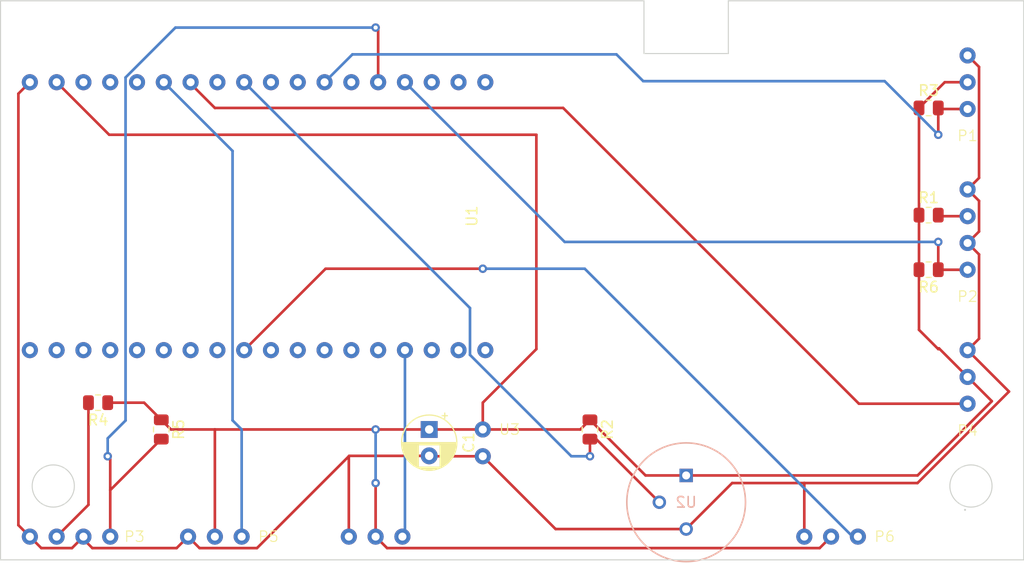
<source format=kicad_pcb>
(kicad_pcb (version 20221018) (generator pcbnew)
  (layers (0 "F.Cu" signal) (31 "B.Cu" signal) (34 "B.Paste" user) (35 "F.Paste" user) (36 "B.SilkS" user "B.Silkscreen") (37 "F.SilkS" user "F.Silkscreen") (38 "B.Mask" user) (39 "F.Mask" user) (44 "Edge.Cuts" user))
  (net 0 "")
  (net 1 "GND")
  (net 2 "+5V")
  (net 3 "Net-(P1-In)")
  (net 4 "Net-(P2-E-)")
  (net 5 "Net-(P2-D-)")
  (net 6 "Net-(P3-E-)")
  (net 7 "Net-(P3-D-)")
  (net 8 "Net-(P4-PWM)")
  (net 9 "Net-(P5-PWM)")
  (net 10 "Net-(U1-GPIO27_ADC2-CH7_RTC-GPIO17)")
  (net 37 "Net-(P6-In)")
  (net 38 "Net-(P7-In)")
  (footprint "OpenCatFlap:Power Header" (layer "F.Cu") (at 136.92 101.5 180)
    (fp_text reference "U3" (at -2.54 2.54 unlocked) (layer "F.SilkS") (effects (font (thickness 0.1))))
    (fp_text value "5V")
    (pad "1" thru_hole circle (at 0 0 180) (size 1.524 1.524) (drill 0.762) (layers "*.Cu" "*.Mask") (net 2 "+5V"))
    (pad "2" thru_hole circle (at 0 2.54 180) (size 1.524 1.524) (drill 0.762) (layers "*.Cu" "*.Mask") (net 1 "GND"))
  )
  (footprint "OpenCatFlap:PIR Header" (layer "F.Cu") (at 134.38 109.12 90)
    (fp_text reference "P7" hide)
    (fp_text value "RFID outside")
    (pad "1" thru_hole circle (at 0 -10.16 90) (size 1.524 1.524) (drill 0.762) (layers "*.Cu" "*.Mask") (net 2 "+5V"))
    (pad "2" thru_hole circle (at 0 -7.62 90) (size 1.524 1.524) (drill 0.762) (layers "*.Cu" "*.Mask") (net 1 "GND"))
    (pad "3" thru_hole circle (at 0 -5.08 90) (size 1.524 1.524) (drill 0.762) (layers "*.Cu" "*.Mask") (net 38 "Net-(P7-In)"))
  )
  (footprint "Resistor_SMD:R_0805_2012Metric" (layer "F.Cu") (at 179.1875 78.64)
    (fp_text reference "R1" (at 0 -1.65) (layer "F.SilkS"))
    (fp_text value "100R")
    (fp_line (start -0.227064 -0.735) (end 0.227064 -0.735) (stroke (width 0.12)) (layer "F.SilkS"))
    (fp_line (start -0.227064 0.735) (end 0.227064 0.735) (stroke (width 0.12)) (layer "F.SilkS"))
    (pad "1" smd roundrect (at -0.9125 0) (size 1.025 1.4) (layers "F.Cu" "F.Paste" "F.Mask") (roundrect_rratio 0.243902) (net 1 "GND"))
    (pad "2" smd roundrect (at 0.9125 0) (size 1.025 1.4) (layers "F.Cu" "F.Paste" "F.Mask") (roundrect_rratio 0.243902) (net 4 "Net-(P2-E-)"))
  )
  (footprint "Capacitor_THT:CP_Radial_D5.0mm_P2.50mm" (layer "F.Cu") (at 131.84 98.96 -90)
    (fp_text reference "C1" (at 1.25 -3.75 90) (layer "F.SilkS"))
    (fp_text value "220uF")
    (fp_line (start -1.554775 -1.475) (end -1.054775 -1.475) (stroke (width 0.12)) (layer "F.SilkS"))
    (fp_line (start -1.304775 -1.725) (end -1.304775 -1.225) (stroke (width 0.12)) (layer "F.SilkS"))
    (fp_line (start 1.25 -2.58) (end 1.25 2.58) (stroke (width 0.12)) (layer "F.SilkS"))
    (fp_line (start 1.29 -2.58) (end 1.29 2.58) (stroke (width 0.12)) (layer "F.SilkS"))
    (fp_line (start 1.33 -2.579) (end 1.33 2.579) (stroke (width 0.12)) (layer "F.SilkS"))
    (fp_line (start 1.37 -2.578) (end 1.37 2.578) (stroke (width 0.12)) (layer "F.SilkS"))
    (fp_line (start 1.41 -2.576) (end 1.41 2.576) (stroke (width 0.12)) (layer "F.SilkS"))
    (fp_line (start 1.45 -2.573) (end 1.45 2.573) (stroke (width 0.12)) (layer "F.SilkS"))
    (fp_line (start 1.49 -2.569) (end 1.49 -1.04) (stroke (width 0.12)) (layer "F.SilkS"))
    (fp_line (start 1.49 1.04) (end 1.49 2.569) (stroke (width 0.12)) (layer "F.SilkS"))
    (fp_line (start 1.53 -2.565) (end 1.53 -1.04) (stroke (width 0.12)) (layer "F.SilkS"))
    (fp_line (start 1.53 1.04) (end 1.53 2.565) (stroke (width 0.12)) (layer "F.SilkS"))
    (fp_line (start 1.57 -2.561) (end 1.57 -1.04) (stroke (width 0.12)) (layer "F.SilkS"))
    (fp_line (start 1.57 1.04) (end 1.57 2.561) (stroke (width 0.12)) (layer "F.SilkS"))
    (fp_line (start 1.61 -2.556) (end 1.61 -1.04) (stroke (width 0.12)) (layer "F.SilkS"))
    (fp_line (start 1.61 1.04) (end 1.61 2.556) (stroke (width 0.12)) (layer "F.SilkS"))
    (fp_line (start 1.65 -2.55) (end 1.65 -1.04) (stroke (width 0.12)) (layer "F.SilkS"))
    (fp_line (start 1.65 1.04) (end 1.65 2.55) (stroke (width 0.12)) (layer "F.SilkS"))
    (fp_line (start 1.69 -2.543) (end 1.69 -1.04) (stroke (width 0.12)) (layer "F.SilkS"))
    (fp_line (start 1.69 1.04) (end 1.69 2.543) (stroke (width 0.12)) (layer "F.SilkS"))
    (fp_line (start 1.73 -2.536) (end 1.73 -1.04) (stroke (width 0.12)) (layer "F.SilkS"))
    (fp_line (start 1.73 1.04) (end 1.73 2.536) (stroke (width 0.12)) (layer "F.SilkS"))
    (fp_line (start 1.77 -2.528) (end 1.77 -1.04) (stroke (width 0.12)) (layer "F.SilkS"))
    (fp_line (start 1.77 1.04) (end 1.77 2.528) (stroke (width 0.12)) (layer "F.SilkS"))
    (fp_line (start 1.81 -2.52) (end 1.81 -1.04) (stroke (width 0.12)) (layer "F.SilkS"))
    (fp_line (start 1.81 1.04) (end 1.81 2.52) (stroke (width 0.12)) (layer "F.SilkS"))
    (fp_line (start 1.85 -2.511) (end 1.85 -1.04) (stroke (width 0.12)) (layer "F.SilkS"))
    (fp_line (start 1.85 1.04) (end 1.85 2.511) (stroke (width 0.12)) (layer "F.SilkS"))
    (fp_line (start 1.89 -2.501) (end 1.89 -1.04) (stroke (width 0.12)) (layer "F.SilkS"))
    (fp_line (start 1.89 1.04) (end 1.89 2.501) (stroke (width 0.12)) (layer "F.SilkS"))
    (fp_line (start 1.93 -2.491) (end 1.93 -1.04) (stroke (width 0.12)) (layer "F.SilkS"))
    (fp_line (start 1.93 1.04) (end 1.93 2.491) (stroke (width 0.12)) (layer "F.SilkS"))
    (fp_line (start 1.971 -2.48) (end 1.971 -1.04) (stroke (width 0.12)) (layer "F.SilkS"))
    (fp_line (start 1.971 1.04) (end 1.971 2.48) (stroke (width 0.12)) (layer "F.SilkS"))
    (fp_line (start 2.011 -2.468) (end 2.011 -1.04) (stroke (width 0.12)) (layer "F.SilkS"))
    (fp_line (start 2.011 1.04) (end 2.011 2.468) (stroke (width 0.12)) (layer "F.SilkS"))
    (fp_line (start 2.051 -2.455) (end 2.051 -1.04) (stroke (width 0.12)) (layer "F.SilkS"))
    (fp_line (start 2.051 1.04) (end 2.051 2.455) (stroke (width 0.12)) (layer "F.SilkS"))
    (fp_line (start 2.091 -2.442) (end 2.091 -1.04) (stroke (width 0.12)) (layer "F.SilkS"))
    (fp_line (start 2.091 1.04) (end 2.091 2.442) (stroke (width 0.12)) (layer "F.SilkS"))
    (fp_line (start 2.131 -2.428) (end 2.131 -1.04) (stroke (width 0.12)) (layer "F.SilkS"))
    (fp_line (start 2.131 1.04) (end 2.131 2.428) (stroke (width 0.12)) (layer "F.SilkS"))
    (fp_line (start 2.171 -2.414) (end 2.171 -1.04) (stroke (width 0.12)) (layer "F.SilkS"))
    (fp_line (start 2.171 1.04) (end 2.171 2.414) (stroke (width 0.12)) (layer "F.SilkS"))
    (fp_line (start 2.211 -2.398) (end 2.211 -1.04) (stroke (width 0.12)) (layer "F.SilkS"))
    (fp_line (start 2.211 1.04) (end 2.211 2.398) (stroke (width 0.12)) (layer "F.SilkS"))
    (fp_line (start 2.251 -2.382) (end 2.251 -1.04) (stroke (width 0.12)) (layer "F.SilkS"))
    (fp_line (start 2.251 1.04) (end 2.251 2.382) (stroke (width 0.12)) (layer "F.SilkS"))
    (fp_line (start 2.291 -2.365) (end 2.291 -1.04) (stroke (width 0.12)) (layer "F.SilkS"))
    (fp_line (start 2.291 1.04) (end 2.291 2.365) (stroke (width 0.12)) (layer "F.SilkS"))
    (fp_line (start 2.331 -2.348) (end 2.331 -1.04) (stroke (width 0.12)) (layer "F.SilkS"))
    (fp_line (start 2.331 1.04) (end 2.331 2.348) (stroke (width 0.12)) (layer "F.SilkS"))
    (fp_line (start 2.371 -2.329) (end 2.371 -1.04) (stroke (width 0.12)) (layer "F.SilkS"))
    (fp_line (start 2.371 1.04) (end 2.371 2.329) (stroke (width 0.12)) (layer "F.SilkS"))
    (fp_line (start 2.411 -2.31) (end 2.411 -1.04) (stroke (width 0.12)) (layer "F.SilkS"))
    (fp_line (start 2.411 1.04) (end 2.411 2.31) (stroke (width 0.12)) (layer "F.SilkS"))
    (fp_line (start 2.451 -2.29) (end 2.451 -1.04) (stroke (width 0.12)) (layer "F.SilkS"))
    (fp_line (start 2.451 1.04) (end 2.451 2.29) (stroke (width 0.12)) (layer "F.SilkS"))
    (fp_line (start 2.491 -2.268) (end 2.491 -1.04) (stroke (width 0.12)) (layer "F.SilkS"))
    (fp_line (start 2.491 1.04) (end 2.491 2.268) (stroke (width 0.12)) (layer "F.SilkS"))
    (fp_line (start 2.531 -2.247) (end 2.531 -1.04) (stroke (width 0.12)) (layer "F.SilkS"))
    (fp_line (start 2.531 1.04) (end 2.531 2.247) (stroke (width 0.12)) (layer "F.SilkS"))
    (fp_line (start 2.571 -2.224) (end 2.571 -1.04) (stroke (width 0.12)) (layer "F.SilkS"))
    (fp_line (start 2.571 1.04) (end 2.571 2.224) (stroke (width 0.12)) (layer "F.SilkS"))
    (fp_line (start 2.611 -2.2) (end 2.611 -1.04) (stroke (width 0.12)) (layer "F.SilkS"))
    (fp_line (start 2.611 1.04) (end 2.611 2.2) (stroke (width 0.12)) (layer "F.SilkS"))
    (fp_line (start 2.651 -2.175) (end 2.651 -1.04) (stroke (width 0.12)) (layer "F.SilkS"))
    (fp_line (start 2.651 1.04) (end 2.651 2.175) (stroke (width 0.12)) (layer "F.SilkS"))
    (fp_line (start 2.691 -2.149) (end 2.691 -1.04) (stroke (width 0.12)) (layer "F.SilkS"))
    (fp_line (start 2.691 1.04) (end 2.691 2.149) (stroke (width 0.12)) (layer "F.SilkS"))
    (fp_line (start 2.731 -2.122) (end 2.731 -1.04) (stroke (width 0.12)) (layer "F.SilkS"))
    (fp_line (start 2.731 1.04) (end 2.731 2.122) (stroke (width 0.12)) (layer "F.SilkS"))
    (fp_line (start 2.771 -2.095) (end 2.771 -1.04) (stroke (width 0.12)) (layer "F.SilkS"))
    (fp_line (start 2.771 1.04) (end 2.771 2.095) (stroke (width 0.12)) (layer "F.SilkS"))
    (fp_line (start 2.811 -2.065) (end 2.811 -1.04) (stroke (width 0.12)) (layer "F.SilkS"))
    (fp_line (start 2.811 1.04) (end 2.811 2.065) (stroke (width 0.12)) (layer "F.SilkS"))
    (fp_line (start 2.851 -2.035) (end 2.851 -1.04) (stroke (width 0.12)) (layer "F.SilkS"))
    (fp_line (start 2.851 1.04) (end 2.851 2.035) (stroke (width 0.12)) (layer "F.SilkS"))
    (fp_line (start 2.891 -2.004) (end 2.891 -1.04) (stroke (width 0.12)) (layer "F.SilkS"))
    (fp_line (start 2.891 1.04) (end 2.891 2.004) (stroke (width 0.12)) (layer "F.SilkS"))
    (fp_line (start 2.931 -1.971) (end 2.931 -1.04) (stroke (width 0.12)) (layer "F.SilkS"))
    (fp_line (start 2.931 1.04) (end 2.931 1.971) (stroke (width 0.12)) (layer "F.SilkS"))
    (fp_line (start 2.971 -1.937) (end 2.971 -1.04) (stroke (width 0.12)) (layer "F.SilkS"))
    (fp_line (start 2.971 1.04) (end 2.971 1.937) (stroke (width 0.12)) (layer "F.SilkS"))
    (fp_line (start 3.011 -1.901) (end 3.011 -1.04) (stroke (width 0.12)) (layer "F.SilkS"))
    (fp_line (start 3.011 1.04) (end 3.011 1.901) (stroke (width 0.12)) (layer "F.SilkS"))
    (fp_line (start 3.051 -1.864) (end 3.051 -1.04) (stroke (width 0.12)) (layer "F.SilkS"))
    (fp_line (start 3.051 1.04) (end 3.051 1.864) (stroke (width 0.12)) (layer "F.SilkS"))
    (fp_line (start 3.091 -1.826) (end 3.091 -1.04) (stroke (width 0.12)) (layer "F.SilkS"))
    (fp_line (start 3.091 1.04) (end 3.091 1.826) (stroke (width 0.12)) (layer "F.SilkS"))
    (fp_line (start 3.131 -1.785) (end 3.131 -1.04) (stroke (width 0.12)) (layer "F.SilkS"))
    (fp_line (start 3.131 1.04) (end 3.131 1.785) (stroke (width 0.12)) (layer "F.SilkS"))
    (fp_line (start 3.171 -1.743) (end 3.171 -1.04) (stroke (width 0.12)) (layer "F.SilkS"))
    (fp_line (start 3.171 1.04) (end 3.171 1.743) (stroke (width 0.12)) (layer "F.SilkS"))
    (fp_line (start 3.211 -1.699) (end 3.211 -1.04) (stroke (width 0.12)) (layer "F.SilkS"))
    (fp_line (start 3.211 1.04) (end 3.211 1.699) (stroke (width 0.12)) (layer "F.SilkS"))
    (fp_line (start 3.251 -1.653) (end 3.251 -1.04) (stroke (width 0.12)) (layer "F.SilkS"))
    (fp_line (start 3.251 1.04) (end 3.251 1.653) (stroke (width 0.12)) (layer "F.SilkS"))
    (fp_line (start 3.291 -1.605) (end 3.291 -1.04) (stroke (width 0.12)) (layer "F.SilkS"))
    (fp_line (start 3.291 1.04) (end 3.291 1.605) (stroke (width 0.12)) (layer "F.SilkS"))
    (fp_line (start 3.331 -1.554) (end 3.331 -1.04) (stroke (width 0.12)) (layer "F.SilkS"))
    (fp_line (start 3.331 1.04) (end 3.331 1.554) (stroke (width 0.12)) (layer "F.SilkS"))
    (fp_line (start 3.371 -1.5) (end 3.371 -1.04) (stroke (width 0.12)) (layer "F.SilkS"))
    (fp_line (start 3.371 1.04) (end 3.371 1.5) (stroke (width 0.12)) (layer "F.SilkS"))
    (fp_line (start 3.411 -1.443) (end 3.411 -1.04) (stroke (width 0.12)) (layer "F.SilkS"))
    (fp_line (start 3.411 1.04) (end 3.411 1.443) (stroke (width 0.12)) (layer "F.SilkS"))
    (fp_line (start 3.451 -1.383) (end 3.451 -1.04) (stroke (width 0.12)) (layer "F.SilkS"))
    (fp_line (start 3.451 1.04) (end 3.451 1.383) (stroke (width 0.12)) (layer "F.SilkS"))
    (fp_line (start 3.491 -1.319) (end 3.491 -1.04) (stroke (width 0.12)) (layer "F.SilkS"))
    (fp_line (start 3.491 1.04) (end 3.491 1.319) (stroke (width 0.12)) (layer "F.SilkS"))
    (fp_line (start 3.531 -1.251) (end 3.531 -1.04) (stroke (width 0.12)) (layer "F.SilkS"))
    (fp_line (start 3.531 1.04) (end 3.531 1.251) (stroke (width 0.12)) (layer "F.SilkS"))
    (fp_line (start 3.571 -1.178) (end 3.571 1.178) (stroke (width 0.12)) (layer "F.SilkS"))
    (fp_line (start 3.611 -1.098) (end 3.611 1.098) (stroke (width 0.12)) (layer "F.SilkS"))
    (fp_line (start 3.651 -1.011) (end 3.651 1.011) (stroke (width 0.12)) (layer "F.SilkS"))
    (fp_line (start 3.691 -0.915) (end 3.691 0.915) (stroke (width 0.12)) (layer "F.SilkS"))
    (fp_line (start 3.731 -0.805) (end 3.731 0.805) (stroke (width 0.12)) (layer "F.SilkS"))
    (fp_line (start 3.771 -0.677) (end 3.771 0.677) (stroke (width 0.12)) (layer "F.SilkS"))
    (fp_line (start 3.811 -0.518) (end 3.811 0.518) (stroke (width 0.12)) (layer "F.SilkS"))
    (fp_line (start 3.851 -0.284) (end 3.851 0.284) (stroke (width 0.12)) (layer "F.SilkS"))
    (fp_circle (center 1.25 0) (end 3.87 0) (stroke (width 0.12)) (fill none) (layer "F.SilkS"))
    (pad "1" thru_hole rect (at 0 0 270) (size 1.6 1.6) (drill 0.8) (layers "*.Cu" "*.Mask") (net 1 "GND"))
    (pad "2" thru_hole circle (at 2.5 0 270) (size 1.6 1.6) (drill 0.8) (layers "*.Cu" "*.Mask") (net 2 "+5V"))
  )
  (footprint "Resistor_SMD:R_0805_2012Metric" (layer "F.Cu") (at 179.1875 83.813 180)
    (fp_text reference "R6" (at 0 -1.65) (layer "F.SilkS"))
    (fp_text value "100R")
    (fp_line (start -0.227064 -0.735) (end 0.227064 -0.735) (stroke (width 0.12)) (layer "F.SilkS"))
    (fp_line (start -0.227064 0.735) (end 0.227064 0.735) (stroke (width 0.12)) (layer "F.SilkS"))
    (pad "1" smd roundrect (at -0.9125 0 180) (size 1.025 1.4) (layers "F.Cu" "F.Paste" "F.Mask") (roundrect_rratio 0.243902) (net 5 "Net-(P2-D-)"))
    (pad "2" smd roundrect (at 0.9125 0 180) (size 1.025 1.4) (layers "F.Cu" "F.Paste" "F.Mask") (roundrect_rratio 0.243902) (net 1 "GND"))
  )
  (footprint "OpenCatFlap:PIR Header" (layer "F.Cu") (at 182.88 73.66)
    (fp_text reference "P1" (at 0 -2.54 unlocked) (layer "F.SilkS") (effects (font (thickness 0.1))))
    (fp_text value "Outside PIR")
    (pad "1" thru_hole circle (at 0 -10.16) (size 1.524 1.524) (drill 0.762) (layers "*.Cu" "*.Mask") (net 2 "+5V"))
    (pad "2" thru_hole circle (at 0 -7.62) (size 1.524 1.524) (drill 0.762) (layers "*.Cu" "*.Mask") (net 1 "GND"))
    (pad "3" thru_hole circle (at 0 -5.08) (size 1.524 1.524) (drill 0.762) (layers "*.Cu" "*.Mask") (net 3 "Net-(P1-In)"))
  )
  (footprint "OpenCatFlap:Servo Header" (layer "F.Cu") (at 108.98 109.12 90)
    (fp_text reference "P5" (at 0 7.62 unlocked) (layer "F.SilkS") (effects (font (thickness 0.1))))
    (fp_text value "Servo Inside")
    (pad "1" thru_hole circle (at 0 0 90) (size 1.524 1.524) (drill 0.762) (layers "*.Cu" "*.Mask") (net 2 "+5V"))
    (pad "2" thru_hole circle (at 0 2.54 90) (size 1.524 1.524) (drill 0.762) (layers "*.Cu" "*.Mask") (net 1 "GND"))
    (pad "3" thru_hole circle (at 0 5.08 90) (size 1.524 1.524) (drill 0.762) (layers "*.Cu" "*.Mask") (net 9 "Net-(P5-PWM)"))
  )
  (footprint "OpenCatFlap:PIR Header" (layer "F.Cu") (at 177.56 109.12 90)
    (fp_text reference "P6" (at 0 -2.54 unlocked) (layer "F.SilkS") (effects (font (thickness 0.1))))
    (fp_text value "RFID inside")
    (pad "1" thru_hole circle (at 0 -10.16 90) (size 1.524 1.524) (drill 0.762) (layers "*.Cu" "*.Mask") (net 2 "+5V"))
    (pad "2" thru_hole circle (at 0 -7.62 90) (size 1.524 1.524) (drill 0.762) (layers "*.Cu" "*.Mask") (net 1 "GND"))
    (pad "3" thru_hole circle (at 0 -5.08 90) (size 1.524 1.524) (drill 0.762) (layers "*.Cu" "*.Mask") (net 37 "Net-(P6-In)"))
  )
  (footprint "Resistor_SMD:R_0805_2012Metric" (layer "F.Cu") (at 100.4475 96.42 180)
    (fp_text reference "R4" (at 0 -1.65) (layer "F.SilkS"))
    (fp_text value "100R")
    (fp_line (start -0.227064 -0.735) (end 0.227064 -0.735) (stroke (width 0.12)) (layer "F.SilkS"))
    (fp_line (start -0.227064 0.735) (end 0.227064 0.735) (stroke (width 0.12)) (layer "F.SilkS"))
    (pad "1" smd roundrect (at -0.9125 0 180) (size 1.025 1.4) (layers "F.Cu" "F.Paste" "F.Mask") (roundrect_rratio 0.243902) (net 1 "GND"))
    (pad "2" smd roundrect (at 0.9125 0 180) (size 1.025 1.4) (layers "F.Cu" "F.Paste" "F.Mask") (roundrect_rratio 0.243902) (net 6 "Net-(P3-E-)"))
  )
  (footprint "Resistor_SMD:R_0805_2012Metric" (layer "F.Cu") (at 179.1875 68.48)
    (fp_text reference "R3" (at 0 -1.65) (layer "F.SilkS"))
    (fp_text value "100k")
    (fp_line (start -0.227064 -0.735) (end 0.227064 -0.735) (stroke (width 0.12)) (layer "F.SilkS"))
    (fp_line (start -0.227064 0.735) (end 0.227064 0.735) (stroke (width 0.12)) (layer "F.SilkS"))
    (pad "1" smd roundrect (at -0.9125 0) (size 1.025 1.4) (layers "F.Cu" "F.Paste" "F.Mask") (roundrect_rratio 0.243902) (net 1 "GND"))
    (pad "2" smd roundrect (at 0.9125 0) (size 1.025 1.4) (layers "F.Cu" "F.Paste" "F.Mask") (roundrect_rratio 0.243902) (net 3 "Net-(P1-In)"))
  )
  (footprint "OpenCatFlap:IR Barrier Header" (layer "F.Cu") (at 182.88 76.2)
    (fp_text reference "P2" (at 0 10.16 unlocked) (layer "F.SilkS") (effects (font (thickness 0.1))))
    (fp_text value "IR Barrier Outside")
    (pad "1" thru_hole circle (at 0 0) (size 1.524 1.524) (drill 0.762) (layers "*.Cu" "*.Mask") (net 2 "+5V"))
    (pad "2" thru_hole circle (at 0 2.54) (size 1.524 1.524) (drill 0.762) (layers "*.Cu" "*.Mask") (net 4 "Net-(P2-E-)"))
    (pad "3" thru_hole circle (at 0 5.08) (size 1.524 1.524) (drill 0.762) (layers "*.Cu" "*.Mask") (net 2 "+5V"))
    (pad "4" thru_hole circle (at 0 7.62) (size 1.524 1.524) (drill 0.762) (layers "*.Cu" "*.Mask") (net 5 "Net-(P2-D-)"))
  )
  (footprint "OpenCatFlap:IR Barrier Header" (layer "F.Cu") (at 93.98 109.12 90)
    (fp_text reference "P3" (at 0 9.92 unlocked) (layer "F.SilkS") (effects (font (thickness 0.1))))
    (fp_text value "IR Barrier Inside")
    (pad "1" thru_hole circle (at 0 0 90) (size 1.524 1.524) (drill 0.762) (layers "*.Cu" "*.Mask") (net 2 "+5V"))
    (pad "2" thru_hole circle (at 0 2.54 90) (size 1.524 1.524) (drill 0.762) (layers "*.Cu" "*.Mask") (net 6 "Net-(P3-E-)"))
    (pad "3" thru_hole circle (at 0 5.08 90) (size 1.524 1.524) (drill 0.762) (layers "*.Cu" "*.Mask") (net 2 "+5V"))
    (pad "4" thru_hole circle (at 0 7.62 90) (size 1.524 1.524) (drill 0.762) (layers "*.Cu" "*.Mask") (net 7 "Net-(P3-D-)"))
  )
  (footprint "Resistor_SMD:R_0805_2012Metric" (layer "F.Cu") (at 147.08 98.96 -90)
    (fp_text reference "R2" (at 0 -1.65 90) (layer "F.SilkS"))
    (fp_text value "100k")
    (fp_line (start -0.227064 -0.735) (end 0.227064 -0.735) (stroke (width 0.12)) (layer "F.SilkS"))
    (fp_line (start -0.227064 0.735) (end 0.227064 0.735) (stroke (width 0.12)) (layer "F.SilkS"))
    (pad "1" smd roundrect (at -0.9125 0 270) (size 1.025 1.4) (layers "F.Cu" "F.Paste" "F.Mask") (roundrect_rratio 0.243902) (net 1 "GND"))
    (pad "2" smd roundrect (at 0.9125 0 270) (size 1.025 1.4) (layers "F.Cu" "F.Paste" "F.Mask") (roundrect_rratio 0.243902) (net 10 "Net-(U1-GPIO27_ADC2-CH7_RTC-GPIO17)"))
  )
  (footprint "OpenCatFlap:Servo Header" (layer "F.Cu") (at 182.88 91.44)
    (fp_text reference "P4" (at 0 7.62 unlocked) (layer "F.SilkS") (effects (font (thickness 0.1))))
    (fp_text value "Servo Outside")
    (pad "1" thru_hole circle (at 0 0) (size 1.524 1.524) (drill 0.762) (layers "*.Cu" "*.Mask") (net 2 "+5V"))
    (pad "2" thru_hole circle (at 0 2.54) (size 1.524 1.524) (drill 0.762) (layers "*.Cu" "*.Mask") (net 1 "GND"))
    (pad "3" thru_hole circle (at 0 5.08) (size 1.524 1.524) (drill 0.762) (layers "*.Cu" "*.Mask") (net 8 "Net-(P4-PWM)"))
  )
  (footprint "OpenCatFlap:ESP32-DOIT-DEVKIT" (layer "F.Cu") (at 139.7 78.74 -90)
    (fp_text reference "U1" (at 0 3.81 90) (layer "F.SilkS"))
    (fp_text value "DOIT-ESP32-DEVKIT-V1" hide)
    (pad "1" thru_hole circle (at -12.7 2.54 270) (size 1.524 1.524) (drill 0.762) (layers "*.Cu" "*.Mask"))
    (pad "2" thru_hole circle (at -12.7 5.08 270) (size 1.524 1.524) (drill 0.762) (layers "*.Cu" "*.Mask"))
    (pad "3" thru_hole circle (at -12.7 7.62 270) (size 1.524 1.524) (drill 0.762) (layers "*.Cu" "*.Mask"))
    (pad "4" thru_hole circle (at -12.7 10.16 270) (size 1.524 1.524) (drill 0.762) (layers "*.Cu" "*.Mask") (net 5 "Net-(P2-D-)"))
    (pad "5" thru_hole circle (at -12.7 12.7 270) (size 1.524 1.524) (drill 0.762) (layers "*.Cu" "*.Mask") (net 7 "Net-(P3-D-)"))
    (pad "6" thru_hole circle (at -12.7 15.24 270) (size 1.524 1.524) (drill 0.762) (layers "*.Cu" "*.Mask"))
    (pad "7" thru_hole circle (at -12.7 17.78 270) (size 1.524 1.524) (drill 0.762) (layers "*.Cu" "*.Mask") (net 3 "Net-(P1-In)"))
    (pad "8" thru_hole circle (at -12.7 20.32 270) (size 1.524 1.524) (drill 0.762) (layers "*.Cu" "*.Mask"))
    (pad "9" thru_hole circle (at -12.7 22.86 270) (size 1.524 1.524) (drill 0.762) (layers "*.Cu" "*.Mask"))
    (pad "10" thru_hole circle (at -12.7 25.4 270) (size 1.524 1.524) (drill 0.762) (layers "*.Cu" "*.Mask") (net 10 "Net-(U1-GPIO27_ADC2-CH7_RTC-GPIO17)"))
    (pad "11" thru_hole circle (at -12.7 27.94 270) (size 1.524 1.524) (drill 0.762) (layers "*.Cu" "*.Mask"))
    (pad "12" thru_hole circle (at -12.7 30.48 270) (size 1.524 1.524) (drill 0.762) (layers "*.Cu" "*.Mask") (net 8 "Net-(P4-PWM)"))
    (pad "13" thru_hole circle (at -12.7 33.02 270) (size 1.524 1.524) (drill 0.762) (layers "*.Cu" "*.Mask") (net 9 "Net-(P5-PWM)"))
    (pad "14" thru_hole circle (at -12.7 35.56 270) (size 1.524 1.524) (drill 0.762) (layers "*.Cu" "*.Mask"))
    (pad "15" thru_hole circle (at -12.7 38.1 270) (size 1.524 1.524) (drill 0.762) (layers "*.Cu" "*.Mask"))
    (pad "16" thru_hole circle (at -12.7 40.64 270) (size 1.524 1.524) (drill 0.762) (layers "*.Cu" "*.Mask"))
    (pad "17" thru_hole circle (at -12.7 43.18 270) (size 1.524 1.524) (drill 0.762) (layers "*.Cu" "*.Mask") (net 1 "GND"))
    (pad "18" thru_hole circle (at -12.7 45.72 270) (size 1.524 1.524) (drill 0.762) (layers "*.Cu" "*.Mask") (net 2 "+5V"))
    (pad "19" thru_hole circle (at 12.7 45.72 270) (size 1.524 1.524) (drill 0.762) (layers "*.Cu" "*.Mask"))
    (pad "20" thru_hole circle (at 12.7 43.18 270) (size 1.524 1.524) (drill 0.762) (layers "*.Cu" "*.Mask"))
    (pad "21" thru_hole circle (at 12.7 40.64 270) (size 1.524 1.524) (drill 0.762) (layers "*.Cu" "*.Mask"))
    (pad "22" thru_hole circle (at 12.7 38.1 270) (size 1.524 1.524) (drill 0.762) (layers "*.Cu" "*.Mask"))
    (pad "23" thru_hole circle (at 12.7 35.56 270) (size 1.524 1.524) (drill 0.762) (layers "*.Cu" "*.Mask"))
    (pad "24" thru_hole circle (at 12.7 33.02 270) (size 1.524 1.524) (drill 0.762) (layers "*.Cu" "*.Mask"))
    (pad "25" thru_hole circle (at 12.7 30.48 270) (size 1.524 1.524) (drill 0.762) (layers "*.Cu" "*.Mask"))
    (pad "26" thru_hole circle (at 12.7 27.94 270) (size 1.524 1.524) (drill 0.762) (layers "*.Cu" "*.Mask"))
    (pad "27" thru_hole circle (at 12.7 25.4 270) (size 1.524 1.524) (drill 0.762) (layers "*.Cu" "*.Mask") (net 37 "Net-(P6-In)"))
    (pad "28" thru_hole circle (at 12.7 22.86 270) (size 1.524 1.524) (drill 0.762) (layers "*.Cu" "*.Mask"))
    (pad "29" thru_hole circle (at 12.7 20.32 270) (size 1.524 1.524) (drill 0.762) (layers "*.Cu" "*.Mask"))
    (pad "30" thru_hole circle (at 12.7 17.78 270) (size 1.524 1.524) (drill 0.762) (layers "*.Cu" "*.Mask"))
    (pad "31" thru_hole circle (at 12.7 15.24 270) (size 1.524 1.524) (drill 0.762) (layers "*.Cu" "*.Mask"))
    (pad "32" thru_hole circle (at 12.7 12.7 270) (size 1.524 1.524) (drill 0.762) (layers "*.Cu" "*.Mask"))
    (pad "33" thru_hole circle (at 12.7 10.16 270) (size 1.524 1.524) (drill 0.762) (layers "*.Cu" "*.Mask") (net 38 "Net-(P7-In)"))
    (pad "34" thru_hole circle (at 12.7 7.62 270) (size 1.524 1.524) (drill 0.762) (layers "*.Cu" "*.Mask"))
    (pad "35" thru_hole circle (at 12.7 5.08 270) (size 1.524 1.524) (drill 0.762) (layers "*.Cu" "*.Mask"))
    (pad "36" thru_hole circle (at 12.7 2.54 270) (size 1.524 1.524) (drill 0.762) (layers "*.Cu" "*.Mask"))
  )
  (footprint "Resistor_SMD:R_0805_2012Metric" (layer "F.Cu") (at 106.44 98.96 -90)
    (fp_text reference "R5" (at 0 -1.65 90) (layer "F.SilkS"))
    (fp_text value "100R")
    (fp_line (start -0.227064 -0.735) (end 0.227064 -0.735) (stroke (width 0.12)) (layer "F.SilkS"))
    (fp_line (start -0.227064 0.735) (end 0.227064 0.735) (stroke (width 0.12)) (layer "F.SilkS"))
    (pad "1" smd roundrect (at -0.9125 0 270) (size 1.025 1.4) (layers "F.Cu" "F.Paste" "F.Mask") (roundrect_rratio 0.243902) (net 1 "GND"))
    (pad "2" smd roundrect (at 0.9125 0 270) (size 1.025 1.4) (layers "F.Cu" "F.Paste" "F.Mask") (roundrect_rratio 0.243902) (net 7 "Net-(P3-D-)"))
  )
  (footprint "OpenCatFlap:AMN33111_PAN" (layer "B.Cu") (at 156.2 103.32 180)
    (fp_text reference "U2" (at 0 -2.54 unlocked) (layer "B.SilkS") (effects (justify mirror)))
    (fp_text value "AMN33111")
    (fp_circle (center 0 -2.54) (end 5.6261 -2.54) (stroke (width 0.1524)) (fill none) (layer "B.SilkS"))
    (pad "1" thru_hole rect (at 0 0 180) (size 1.27 1.27) (drill 0.762) (layers "*.Cu" "*.Mask") (net 1 "GND"))
    (pad "2" thru_hole circle (at 2.54 -2.54 90) (size 1.27 1.27) (drill 0.762) (layers "*.Cu" "*.Mask") (net 10 "Net-(U1-GPIO27_ADC2-CH7_RTC-GPIO17)"))
    (pad "3" thru_hole circle (at 0 -5.08 180) (size 1.27 1.27) (drill 0.762) (layers "*.Cu" "*.Mask") (net 2 "+5V"))
  )
  (gr_rect (start 152.2 58.32) (end 152.2 58.32) (stroke (width 0.15)) (fill none) (layer "F.SilkS"))
  (gr_circle (center 96.2 104.32) (end 98.2 104.32) (stroke (width 0.1)) (fill none) (layer "Edge.Cuts"))
  (gr_circle (center 183.2 104.32) (end 185.2 104.32) (stroke (width 0.1)) (fill none) (layer "Edge.Cuts"))
  (gr_line (start 160.2 63.32) (end 152.2 63.32) (stroke (width 0.1)) (layer "Edge.Cuts"))
  (gr_line (start 152.2 63.32) (end 152.2 58.32) (stroke (width 0.1)) (layer "Edge.Cuts"))
  (gr_circle (center 182.64 106.58) (end 182.64 106.58) (stroke (width 0.1)) (fill none) (layer "Edge.Cuts"))
  (gr_line (start 91.2 111.32) (end 188.2 111.32) (stroke (width 0.1)) (layer "Edge.Cuts"))
  (gr_line (start 160.2 58.32) (end 160.2 63.32) (stroke (width 0.1)) (layer "Edge.Cuts"))
  (gr_line (start 91.2 58.32) (end 91.2 111.32) (stroke (width 0.1)) (layer "Edge.Cuts"))
  (gr_line (start 188.2 111.32) (end 188.2 58.32) (stroke (width 0.1)) (layer "Edge.Cuts"))
  (gr_line (start 188.2 58.32) (end 160.2 58.32) (stroke (width 0.1)) (layer "Edge.Cuts"))
  (gr_line (start 152.2 58.32) (end 91.2 58.32) (stroke (width 0.1)) (layer "Edge.Cuts"))
  (segment (start 107.3525 98.96) (end 111.52 98.96) (width 0.25) (layer "F.Cu") (net 1))
  (segment (start 136.92 98.96) (end 136.92 96.42) (width 0.25) (layer "F.Cu") (net 1))
  (segment (start 136.92 98.96) (end 146.1675 98.96) (width 0.25) (layer "F.Cu") (net 1))
  (segment (start 106.44 98.0475) (end 107.3525 98.96) (width 0.25) (layer "F.Cu") (net 1))
  (segment (start 136.92 96.42) (end 142 91.34) (width 0.25) (layer "F.Cu") (net 1))
  (segment (start 126.76 98.96) (end 131.84 98.96) (width 0.25) (layer "F.Cu") (net 1))
  (segment (start 111.52 98.96) (end 126.76 98.96) (width 0.25) (layer "F.Cu") (net 1))
  (segment (start 178.14 103.32) (end 156.2 103.32) (width 0.25) (layer "F.Cu") (net 1))
  (segment (start 101.5 71.02) (end 96.52 66.04) (width 0.25) (layer "F.Cu") (net 1))
  (segment (start 156.2 103.32) (end 152.3525 103.32) (width 0.25) (layer "F.Cu") (net 1))
  (segment (start 101.36 96.42) (end 104.8125 96.42) (width 0.25) (layer "F.Cu") (net 1))
  (segment (start 185.18 96.28) (end 182.88 93.98) (width 0.25) (layer "F.Cu") (net 1))
  (segment (start 178.275 83.813) (end 178.275 78.64) (width 0.25) (layer "F.Cu") (net 1))
  (segment (start 142 71.02) (end 101.5 71.02) (width 0.25) (layer "F.Cu") (net 1))
  (segment (start 185.18 96.28) (end 178.14 103.32) (width 0.25) (layer "F.Cu") (net 1))
  (segment (start 168.853 110.207) (end 127.847 110.207) (width 0.25) (layer "F.Cu") (net 1))
  (segment (start 126.76 109.12) (end 126.76 104.04) (width 0.25) (layer "F.Cu") (net 1))
  (segment (start 182.88 66.04) (end 180.715 66.04) (width 0.25) (layer "F.Cu") (net 1))
  (segment (start 178.275 78.64) (end 178.275 68.48) (width 0.25) (layer "F.Cu") (net 1))
  (segment (start 131.84 98.96) (end 136.92 98.96) (width 0.25) (layer "F.Cu") (net 1))
  (segment (start 182.88 93.98) (end 180.17 91.27) (width 0.25) (layer "F.Cu") (net 1))
  (segment (start 169.94 109.12) (end 168.853 110.207) (width 0.25) (layer "F.Cu") (net 1))
  (segment (start 178.275 89.515) (end 178.275 83.813) (width 0.25) (layer "F.Cu") (net 1))
  (segment (start 111.52 109.12) (end 111.52 98.96) (width 0.25) (layer "F.Cu") (net 1))
  (segment (start 180.1 91.34) (end 180.17 91.27) (width 0.25) (layer "F.Cu") (net 1))
  (segment (start 142 91.34) (end 142 71.02) (width 0.25) (layer "F.Cu") (net 1))
  (segment (start 146.1675 98.96) (end 147.08 98.0475) (width 0.25) (layer "F.Cu") (net 1))
  (segment (start 104.8125 96.42) (end 106.44 98.0475) (width 0.25) (layer "F.Cu") (net 1))
  (segment (start 127.847 110.207) (end 126.76 109.12) (width 0.25) (layer "F.Cu") (net 1))
  (segment (start 180.715 66.04) (end 178.275 68.48) (width 0.25) (layer "F.Cu") (net 1))
  (segment (start 152.3525 103.32) (end 147.08 98.0475) (width 0.25) (layer "F.Cu") (net 1))
  (segment (start 180.1 91.34) (end 178.275 89.515) (width 0.25) (layer "F.Cu") (net 1))
  (via (at 126.76 98.96) (size 0.8) (drill 0.4) (layers "F.Cu" "B.Cu") (net 1))
  (via (at 126.76 104.04) (size 0.8) (drill 0.4) (layers "F.Cu" "B.Cu") (net 1))
  (segment (start 126.76 104.04) (end 126.76 98.96) (width 0.25) (layer "B.Cu") (net 1))
  (segment (start 115.513 110.207) (end 110.067 110.207) (width 0.25) (layer "F.Cu") (net 2))
  (segment (start 98.82 109.12) (end 99.06 109.12) (width 0.25) (layer "F.Cu") (net 2))
  (segment (start 183.967 77.287) (end 183.967 80.193) (width 0.25) (layer "F.Cu") (net 2))
  (segment (start 124.26 101.46) (end 115.513 110.207) (width 0.25) (layer "F.Cu") (net 2))
  (segment (start 136.92 101.5) (end 143.82 108.4) (width 0.25) (layer "F.Cu") (net 2))
  (segment (start 183.967 80.193) (end 182.88 81.28) (width 0.25) (layer "F.Cu") (net 2))
  (segment (start 93.98 109.12) (end 92.893 108.033) (width 0.25) (layer "F.Cu") (net 2))
  (segment (start 182.88 76.2) (end 183.967 77.287) (width 0.25) (layer "F.Cu") (net 2))
  (segment (start 97.973 110.207) (end 95.067 110.207) (width 0.25) (layer "F.Cu") (net 2))
  (segment (start 108.98 109.12) (end 107.893 110.207) (width 0.25) (layer "F.Cu") (net 2))
  (segment (start 183.967 82.367) (end 183.967 90.353) (width 0.25) (layer "F.Cu") (net 2))
  (segment (start 167.4 109.12) (end 167.4 104.04) (width 0.25) (layer "F.Cu") (net 2))
  (segment (start 183.967 64.587) (end 182.88 63.5) (width 0.25) (layer "F.Cu") (net 2))
  (segment (start 186.805234 95.365234) (end 182.88 91.44) (width 0.25) (layer "F.Cu") (net 2))
  (segment (start 183.967 90.353) (end 182.88 91.44) (width 0.25) (layer "F.Cu") (net 2))
  (segment (start 167.4 104.04) (end 178.130468 104.04) (width 0.25) (layer "F.Cu") (net 2))
  (segment (start 95.067 110.207) (end 93.98 109.12) (width 0.25) (layer "F.Cu") (net 2))
  (segment (start 110.067 110.207) (end 108.98 109.12) (width 0.25) (layer "F.Cu") (net 2))
  (segment (start 156.2 108.4) (end 160.56 104.04) (width 0.25) (layer "F.Cu") (net 2))
  (segment (start 92.893 108.033) (end 92.893 67.127) (width 0.25) (layer "F.Cu") (net 2))
  (segment (start 143.82 108.4) (end 156.2 108.4) (width 0.25) (layer "F.Cu") (net 2))
  (segment (start 124.22 101.5) (end 124.26 101.46) (width 0.25) (layer "F.Cu") (net 2))
  (segment (start 107.893 110.207) (end 99.907 110.207) (width 0.25) (layer "F.Cu") (net 2))
  (segment (start 92.893 67.127) (end 93.98 66.04) (width 0.25) (layer "F.Cu") (net 2))
  (segment (start 160.56 104.04) (end 167.4 104.04) (width 0.25) (layer "F.Cu") (net 2))
  (segment (start 183.967 75.113) (end 183.967 64.587) (width 0.25) (layer "F.Cu") (net 2))
  (segment (start 136.92 101.5) (end 131.88 101.5) (width 0.25) (layer "F.Cu") (net 2))
  (segment (start 124.22 109.12) (end 124.22 101.5) (width 0.25) (layer "F.Cu") (net 2))
  (segment (start 182.88 76.2) (end 183.967 75.113) (width 0.25) (layer "F.Cu") (net 2))
  (segment (start 99.06 109.12) (end 97.973 110.207) (width 0.25) (layer "F.Cu") (net 2))
  (segment (start 131.88 101.5) (end 131.84 101.46) (width 0.25) (layer "F.Cu") (net 2))
  (segment (start 131.84 101.46) (end 124.26 101.46) (width 0.25) (layer "F.Cu") (net 2))
  (segment (start 182.88 81.28) (end 183.967 82.367) (width 0.25) (layer "F.Cu") (net 2))
  (segment (start 178.130468 104.04) (end 186.805234 95.365234) (width 0.25) (layer "F.Cu") (net 2))
  (segment (start 99.907 110.207) (end 98.82 109.12) (width 0.25) (layer "F.Cu") (net 2))
  (segment (start 180.1 68.48) (end 180.1 71.02) (width 0.25) (layer "F.Cu") (net 3))
  (segment (start 180.2 68.58) (end 180.1 68.48) (width 0.25) (layer "F.Cu") (net 3))
  (segment (start 182.88 68.58) (end 180.2 68.58) (width 0.25) (layer "F.Cu") (net 3))
  (via (at 180.1 71.02) (size 0.8) (drill 0.4) (layers "F.Cu" "B.Cu") (net 3))
  (segment (start 152.131611 65.94) (end 149.591611 63.4) (width 0.25) (layer "B.Cu") (net 3))
  (segment (start 124.56 63.4) (end 121.92 66.04) (width 0.25) (layer "B.Cu") (net 3))
  (segment (start 149.591611 63.4) (end 124.56 63.4) (width 0.25) (layer "B.Cu") (net 3))
  (segment (start 175.02 65.94) (end 152.131611 65.94) (width 0.25) (layer "B.Cu") (net 3))
  (segment (start 180.1 71.02) (end 175.02 65.94) (width 0.25) (layer "B.Cu") (net 3))
  (segment (start 180.2 78.74) (end 180.1 78.64) (width 0.25) (layer "F.Cu") (net 4))
  (segment (start 182.88 78.74) (end 180.2 78.74) (width 0.25) (layer "F.Cu") (net 4))
  (segment (start 180.107 83.82) (end 180.1 83.813) (width 0.25) (layer "F.Cu") (net 5))
  (segment (start 180.1 83.813) (end 180.1 81.18) (width 0.25) (layer "F.Cu") (net 5))
  (segment (start 182.88 83.82) (end 180.107 83.82) (width 0.25) (layer "F.Cu") (net 5))
  (via (at 180.1 81.18) (size 0.8) (drill 0.4) (layers "F.Cu" "B.Cu") (net 5))
  (segment (start 144.68 81.18) (end 129.54 66.04) (width 0.25) (layer "B.Cu") (net 5))
  (segment (start 180.1 81.18) (end 144.68 81.18) (width 0.25) (layer "B.Cu") (net 5))
  (segment (start 96.52 109.12) (end 99.535 106.105) (width 0.25) (layer "F.Cu") (net 6))
  (segment (start 99.535 106.105) (end 99.535 96.42) (width 0.25) (layer "F.Cu") (net 6))
  (segment (start 101.6 109.12) (end 101.6 104.7125) (width 0.25) (layer "F.Cu") (net 7))
  (segment (start 101.6 104.7125) (end 101.6 101.74) (width 0.25) (layer "F.Cu") (net 7))
  (segment (start 101.6 101.74) (end 101.36 101.5) (width 0.25) (layer "F.Cu") (net 7))
  (segment (start 101.6 104.7125) (end 106.44 99.8725) (width 0.25) (layer "F.Cu") (net 7))
  (segment (start 127 61.1) (end 127 66.04) (width 0.25) (layer "F.Cu") (net 7))
  (segment (start 126.76 60.86) (end 127 61.1) (width 0.25) (layer "F.Cu") (net 7))
  (via (at 126.76 60.86) (size 0.8) (drill 0.4) (layers "F.Cu" "B.Cu") (net 7))
  (via (at 101.36 101.5) (size 0.8) (drill 0.4) (layers "F.Cu" "B.Cu") (net 7))
  (segment (start 107.782749 60.86) (end 126.76 60.86) (width 0.25) (layer "B.Cu") (net 7))
  (segment (start 103.053 98.113) (end 103.053 65.589749) (width 0.25) (layer "B.Cu") (net 7))
  (segment (start 101.36 99.806) (end 103.053 98.113) (width 0.25) (layer "B.Cu") (net 7))
  (segment (start 101.36 101.5) (end 101.36 99.806) (width 0.25) (layer "B.Cu") (net 7))
  (segment (start 103.053 65.589749) (end 107.782749 60.86) (width 0.25) (layer "B.Cu") (net 7))
  (segment (start 144.54 68.48) (end 111.52 68.48) (width 0.25) (layer "F.Cu") (net 8))
  (segment (start 182.88 96.52) (end 172.58 96.52) (width 0.25) (layer "F.Cu") (net 8))
  (segment (start 111.52 68.48) (end 108.98 65.94) (width 0.25) (layer "F.Cu") (net 8))
  (segment (start 172.58 96.52) (end 144.54 68.48) (width 0.25) (layer "F.Cu") (net 8))
  (segment (start 114.06 98.96) (end 114.06 109.12) (width 0.25) (layer "B.Cu") (net 9))
  (segment (start 113.197251 72.557251) (end 106.68 66.04) (width 0.25) (layer "B.Cu") (net 9))
  (segment (start 113.197251 98.097251) (end 113.197251 72.557251) (width 0.25) (layer "B.Cu") (net 9))
  (segment (start 113.197251 98.097251) (end 114.06 98.96) (width 0.25) (layer "B.Cu") (net 9))
  (segment (start 153.66 105.86) (end 147.6725 99.8725) (width 0.25) (layer "F.Cu") (net 10))
  (segment (start 147.6725 99.8725) (end 147.08 99.8725) (width 0.25) (layer "F.Cu") (net 10))
  (segment (start 147.08 99.8725) (end 147.08 101.5) (width 0.25) (layer "F.Cu") (net 10))
  (via (at 147.08 101.5) (size 0.8) (drill 0.4) (layers "F.Cu" "B.Cu") (net 10))
  (segment (start 145.316749 101.5) (end 135.707 91.890251) (width 0.25) (layer "B.Cu") (net 10))
  (segment (start 135.707 87.447) (end 114.3 66.04) (width 0.25) (layer "B.Cu") (net 10))
  (segment (start 135.707 91.890251) (end 135.707 87.447) (width 0.25) (layer "B.Cu") (net 10))
  (segment (start 147.08 101.5) (end 145.316749 101.5) (width 0.25) (layer "B.Cu") (net 10))
  (segment (start 122.02 83.72) (end 114.3 91.44) (width 0.25) (layer "F.Cu") (net 37))
  (segment (start 136.92 83.72) (end 122.02 83.72) (width 0.25) (layer "F.Cu") (net 37))
  (via (at 136.92 83.72) (size 0.8) (drill 0.4) (layers "F.Cu" "B.Cu") (net 37))
  (segment (start 171.983604 109.12) (end 146.583604 83.72) (width 0.25) (layer "B.Cu") (net 37))
  (segment (start 146.583604 83.72) (end 136.92 83.72) (width 0.25) (layer "B.Cu") (net 37))
  (segment (start 172.48 109.12) (end 171.983604 109.12) (width 0.25) (layer "B.Cu") (net 37))
  (segment (start 129.54 108.88) (end 129.3 109.12) (width 0.25) (layer "B.Cu") (net 38))
  (segment (start 129.54 91.44) (end 129.54 108.88) (width 0.25) (layer "B.Cu") (net 38))
)
</source>
